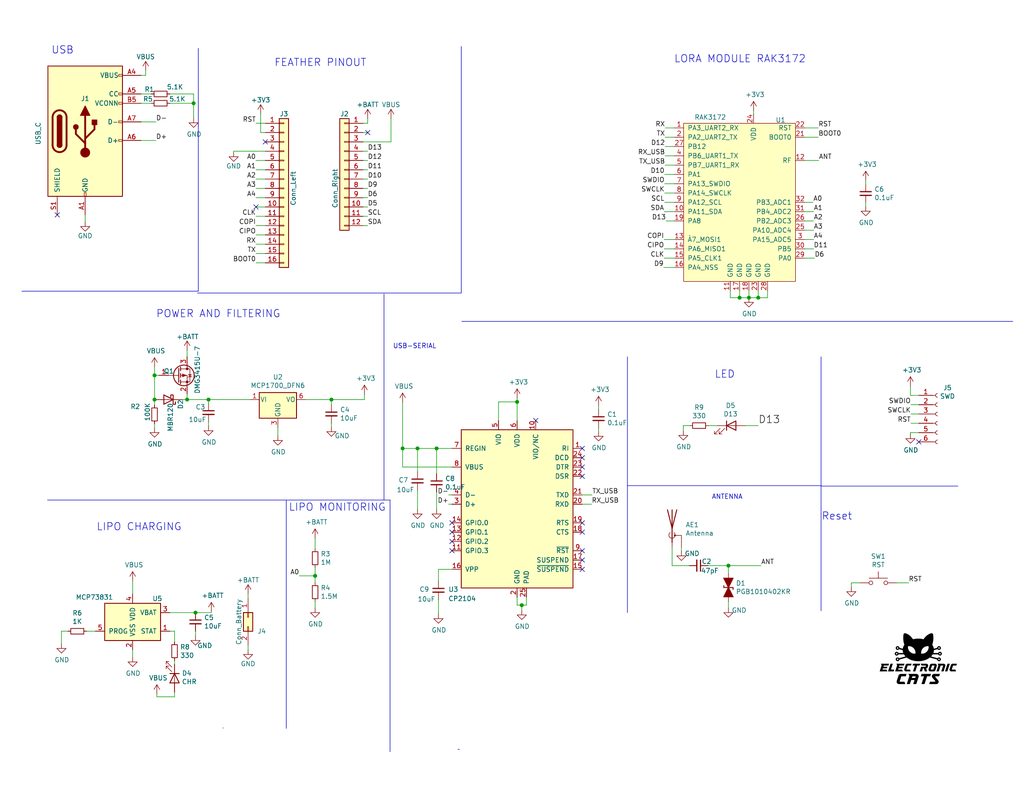
<source format=kicad_sch>
(kicad_sch (version 20230121) (generator eeschema)
  (paper "USLetter")
  (title_block (title "BastWAN-WLE") (date "2021-07-13") (rev "1.0") (company "Electronic Cats") (comment 4 "Andres Sabas"))
  (lib_symbols
    (symbol "Connector:USB_C_Plug_USB2.0" (pin_names (offset 1.016))
      (property "Reference" "P" (at -10.16 19.05 0))
      (property "Value" "USB_C_Plug_USB2.0" (at 12.7 19.05 0))
      (symbol "USB_C_Plug_USB2.0_1_1"
        (pin passive line (at 0 -22.86 90) (length 5.08) (name "GND") (number "A1"))
        (pin passive line (at 0 -22.86 90) (length 5.08) hide (name "GND") (number "A12"))
        (pin passive line (at 15.24 15.24 180) (length 5.08) (name "VBUS") (number "A4"))
        (pin bidirectional line (at 15.24 10.16 180) (length 5.08) (name "CC") (number "A5"))
        (pin bidirectional line (at 15.24 -2.54 180) (length 5.08) (name "D+") (number "A6"))
        (pin bidirectional line (at 15.24 2.54 180) (length 5.08) (name "D-") (number "A7"))
        (pin passive line (at 15.24 15.24 180) (length 5.08) hide (name "VBUS") (number "A9"))
        (pin passive line (at 0 -22.86 90) (length 5.08) hide (name "GND") (number "B1"))
        (pin passive line (at 0 -22.86 90) (length 5.08) hide (name "GND") (number "B12"))
        (pin passive line (at 15.24 15.24 180) (length 5.08) hide (name "VBUS") (number "B4"))
        (pin bidirectional line (at 15.24 7.62 180) (length 5.08) (name "VCONN") (number "B5"))
        (pin passive line (at 15.24 15.24 180) (length 5.08) hide (name "VBUS") (number "B9"))
        (pin passive line (at -7.62 -22.86 90) (length 5.08) (name "SHIELD") (number "S1"))
      )
    )
    (symbol "Connector_Generic:Conn_01x12" (pin_names (offset 1.016) hide)
      (property "Reference" "J" (at 0 15.24 0))
      (property "Value" "Conn_01x12" (at 0 -17.78 0))
      (symbol "Conn_01x12_1_1"
        (pin passive line (at -5.08 12.7 0) (length 3.81) (name "Pin_1") (number "1"))
        (pin passive line (at -5.08 -10.16 0) (length 3.81) (name "Pin_10") (number "10"))
        (pin passive line (at -5.08 -12.7 0) (length 3.81) (name "Pin_11") (number "11"))
        (pin passive line (at -5.08 -15.24 0) (length 3.81) (name "Pin_12") (number "12"))
        (pin passive line (at -5.08 10.16 0) (length 3.81) (name "Pin_2") (number "2"))
        (pin passive line (at -5.08 7.62 0) (length 3.81) (name "Pin_3") (number "3"))
        (pin passive line (at -5.08 5.08 0) (length 3.81) (name "Pin_4") (number "4"))
        (pin passive line (at -5.08 2.54 0) (length 3.81) (name "Pin_5") (number "5"))
        (pin passive line (at -5.08 0 0) (length 3.81) (name "Pin_6") (number "6"))
        (pin passive line (at -5.08 -2.54 0) (length 3.81) (name "Pin_7") (number "7"))
        (pin passive line (at -5.08 -5.08 0) (length 3.81) (name "Pin_8") (number "8"))
        (pin passive line (at -5.08 -7.62 0) (length 3.81) (name "Pin_9") (number "9"))
      )
    )
    (symbol "Connector_Generic:Conn_01x16" (pin_names (offset 1.016) hide)
      (property "Reference" "J" (at 0 20.32 0))
      (property "Value" "Conn_01x16" (at 0 -22.86 0))
      (symbol "Conn_01x16_1_1"
        (pin passive line (at -5.08 17.78 0) (length 3.81) (name "Pin_1") (number "1"))
        (pin passive line (at -5.08 -5.08 0) (length 3.81) (name "Pin_10") (number "10"))
        (pin passive line (at -5.08 -7.62 0) (length 3.81) (name "Pin_11") (number "11"))
        (pin passive line (at -5.08 -10.16 0) (length 3.81) (name "Pin_12") (number "12"))
        (pin passive line (at -5.08 -12.7 0) (length 3.81) (name "Pin_13") (number "13"))
        (pin passive line (at -5.08 -15.24 0) (length 3.81) (name "Pin_14") (number "14"))
        (pin passive line (at -5.08 -17.78 0) (length 3.81) (name "Pin_15") (number "15"))
        (pin passive line (at -5.08 -20.32 0) (length 3.81) (name "Pin_16") (number "16"))
        (pin passive line (at -5.08 15.24 0) (length 3.81) (name "Pin_2") (number "2"))
        (pin passive line (at -5.08 12.7 0) (length 3.81) (name "Pin_3") (number "3"))
        (pin passive line (at -5.08 10.16 0) (length 3.81) (name "Pin_4") (number "4"))
        (pin passive line (at -5.08 7.62 0) (length 3.81) (name "Pin_5") (number "5"))
        (pin passive line (at -5.08 5.08 0) (length 3.81) (name "Pin_6") (number "6"))
        (pin passive line (at -5.08 2.54 0) (length 3.81) (name "Pin_7") (number "7"))
        (pin passive line (at -5.08 0 0) (length 3.81) (name "Pin_8") (number "8"))
        (pin passive line (at -5.08 -2.54 0) (length 3.81) (name "Pin_9") (number "9"))
      )
    )
    (symbol "Connector_Generic:Conn_02x01" (pin_names (offset 1.016) hide)
      (property "Reference" "J" (at 1.27 2.54 0))
      (property "Value" "Conn_02x01" (at 1.27 -2.54 0))
      (symbol "Conn_02x01_1_1"
        (pin passive line (at -5.08 0 0) (length 3.81) (name "Pin_1") (number "1"))
        (pin passive line (at 7.62 0 180) (length 3.81) (name "Pin_2") (number "2"))
      )
    )
    (symbol "Device:Antenna_Shield" (pin_numbers hide) (pin_names (offset 1.016) hide)
      (property "Reference" "AE" (at -1.905 4.445 0))
      (property "Value" "Antenna_Shield" (at -1.905 2.54 0))
      (symbol "Antenna_Shield_1_1"
        (pin input line (at 0 -5.08 90) (length 2.54) (name "A") (number "1"))
        (pin input line (at 2.54 -5.08 90) (length 2.54) (name "Shield") (number "2"))
      )
    )
    (symbol "Device:C_Small" (pin_numbers hide) (pin_names (offset 0.254) hide)
      (property "Reference" "C" (at 0.254 1.778 0))
      (property "Value" "C_Small" (at 0.254 -2.032 0))
      (symbol "C_Small_1_1"
        (pin passive line (at 0 2.54 270) (length 2.032) (name "~") (number "1"))
        (pin passive line (at 0 -2.54 90) (length 2.032) (name "~") (number "2"))
      )
    )
    (symbol "Device:LED" (pin_numbers hide) (pin_names (offset 1.016) hide)
      (property "Reference" "D" (at 0 2.54 0))
      (property "Value" "LED" (at 0 -2.54 0))
      (symbol "LED_1_1"
        (pin passive line (at -3.81 0 0) (length 2.54) (name "K") (number "1"))
        (pin passive line (at 3.81 0 180) (length 2.54) (name "A") (number "2"))
      )
    )
    (symbol "Device:R_Small" (pin_numbers hide) (pin_names (offset 0.254) hide)
      (property "Reference" "R" (at 0.762 0.508 0))
      (property "Value" "R_Small" (at 0.762 -1.016 0))
      (symbol "R_Small_1_1"
        (pin passive line (at 0 2.54 270) (length 0.762) (name "~") (number "1"))
        (pin passive line (at 0 -2.54 90) (length 0.762) (name "~") (number "2"))
      )
    )
    (symbol "Diode:MBR340" (pin_numbers hide) (pin_names (offset 1.016) hide)
      (property "Reference" "D" (at 0 2.54 0))
      (property "Value" "MBR340" (at 0 -2.54 0))
      (symbol "MBR340_1_1"
        (pin passive line (at -3.81 0 0) (length 2.54) (name "K") (number "1"))
        (pin passive line (at 3.81 0 180) (length 2.54) (name "A") (number "2"))
      )
    )
    (symbol "Switch:SW_Push" (pin_numbers hide) (pin_names (offset 1.016) hide)
      (property "Reference" "SW" (at 1.27 2.54 0))
      (property "Value" "SW_Push" (at 0 -1.524 0))
      (symbol "SW_Push_0_1"
        (pin passive line (at -5.08 0 0) (length 2.54) (name "1") (number "1"))
        (pin passive line (at 5.08 0 180) (length 2.54) (name "2") (number "2"))
      )
    )
    (symbol "bastwan-wle-rescue:+3.3V-power" (power) (pin_names (offset 0))
      (property "Value" "+3.3V-power" (at 0 3.556 0))
      (symbol "+3.3V-power_1_1"
        (pin power_in line (at 0 0 90) (length 0) hide (name "+3V3") (number "1"))
      )
    )
    (symbol "bastwan-wle-rescue:CP2104-Interface_USB" (pin_names (offset 1.016))
      (property "Reference" "U" (at -7.62 23.495 0))
      (property "Value" "Interface_USB_CP2104" (at -7.62 21.59 0))
      (symbol "CP2104-Interface_USB_1_1"
        (pin input line (at 17.78 15.24 180) (length 2.54) (name "RI") (number "1"))
        (pin power_out line (at 5.08 22.86 270) (length 2.54) (name "VIO/NC") (number "10"))
        (pin bidirectional line (at -17.78 -12.7 0) (length 2.54) (name "GPIO.3") (number "11"))
        (pin bidirectional line (at -17.78 -10.16 0) (length 2.54) (name "GPIO.2") (number "12"))
        (pin bidirectional line (at -17.78 -7.62 0) (length 2.54) (name "GPIO.1") (number "13"))
        (pin bidirectional line (at -17.78 -5.08 0) (length 2.54) (name "GPIO.0") (number "14"))
        (pin output line (at 17.78 -17.78 180) (length 2.54) (name "~{SUSPEND}") (number "15"))
        (pin passive line (at -17.78 -17.78 0) (length 2.54) (name "VPP") (number "16"))
        (pin output line (at 17.78 -15.24 180) (length 2.54) (name "SUSPEND") (number "17"))
        (pin input line (at 17.78 -7.62 180) (length 2.54) (name "CTS") (number "18"))
        (pin output line (at 17.78 -5.08 180) (length 2.54) (name "RTS") (number "19"))
        (pin power_in line (at 0 -25.4 90) (length 2.54) (name "GND") (number "2"))
        (pin input line (at 17.78 0 180) (length 2.54) (name "RXD") (number "20"))
        (pin output line (at 17.78 2.54 180) (length 2.54) (name "TXD") (number "21"))
        (pin input line (at 17.78 7.62 180) (length 2.54) (name "DSR") (number "22"))
        (pin output line (at 17.78 10.16 180) (length 2.54) (name "DTR") (number "23"))
        (pin input line (at 17.78 12.7 180) (length 2.54) (name "DCD") (number "24"))
        (pin power_in line (at 2.54 -25.4 90) (length 2.54) (name "PAD") (number "25"))
        (pin bidirectional line (at -17.78 0 0) (length 2.54) (name "D+") (number "3"))
        (pin bidirectional line (at -17.78 2.54 0) (length 2.54) (name "D-") (number "4"))
        (pin power_in line (at -5.08 22.86 270) (length 2.54) (name "VIO") (number "5"))
        (pin power_in line (at 0 22.86 270) (length 2.54) (name "VDD") (number "6"))
        (pin power_in line (at -17.78 15.24 0) (length 2.54) (name "REGIN") (number "7"))
        (pin input line (at -17.78 10.16 0) (length 2.54) (name "VBUS") (number "8"))
        (pin bidirectional line (at 17.78 -12.7 180) (length 2.54) (name "~{RST}") (number "9"))
      )
    )
    (symbol "bastwan-wle-rescue:Conn_01x06_Female-Connector" (pin_names (offset 1.016) hide)
      (property "Reference" "J" (at 0 7.62 0))
      (property "Value" "Connector_Conn_01x06_Female" (at 0 -10.16 0))
      (symbol "Conn_01x06_Female-Connector_1_1"
        (pin passive line (at -5.08 5.08 0) (length 3.81) (name "Pin_1") (number "1"))
        (pin passive line (at -5.08 2.54 0) (length 3.81) (name "Pin_2") (number "2"))
        (pin passive line (at -5.08 0 0) (length 3.81) (name "Pin_3") (number "3"))
        (pin passive line (at -5.08 -2.54 0) (length 3.81) (name "Pin_4") (number "4"))
        (pin passive line (at -5.08 -5.08 0) (length 3.81) (name "Pin_5") (number "5"))
        (pin passive line (at -5.08 -7.62 0) (length 3.81) (name "Pin_6") (number "6"))
      )
    )
    (symbol "bastwan-wle-rescue:DMG2301L-Transistor_FET-Bast_WAN-rescue" (pin_names (offset 0) hide)
      (property "Reference" "Q" (at 5.08 1.905 0))
      (property "Value" "DMG2301L-Transistor_FET-Bast_WAN-rescue" (at 5.08 0 0))
      (symbol "DMG2301L-Transistor_FET-Bast_WAN-rescue_1_1"
        (pin input line (at -5.08 0 0) (length 2.54) (name "G") (number "1"))
        (pin passive line (at 2.54 -5.08 90) (length 2.54) (name "S") (number "2"))
        (pin passive line (at 2.54 5.08 270) (length 2.54) (name "D") (number "3"))
      )
    )
    (symbol "bastwan-wle-rescue:D_TVS_ALT-Device" (pin_numbers hide) (pin_names (offset 1.016) hide)
      (property "Reference" "D" (at 0 2.54 0))
      (property "Value" "Device_D_TVS_ALT" (at 0 -2.54 0))
      (symbol "D_TVS_ALT-Device_1_1"
        (pin passive line (at -3.81 0 0) (length 2.54) (name "A1") (number "1"))
        (pin passive line (at 3.81 0 180) (length 2.54) (name "A2") (number "2"))
      )
    )
    (symbol "bastwan-wle-rescue:MCP1700_DFN6-Regulator" (pin_names (offset 0.254))
      (property "Reference" "U" (at -3.81 3.175 0))
      (property "Value" "MCP1700_DFN6-Regulator" (at 0 3.175 0))
      (symbol "MCP1700_DFN6-Regulator_1_1"
        (pin power_in line (at -7.62 0 0) (length 2.54) (name "VI") (number "1"))
        (pin power_in line (at 0 -7.62 90) (length 2.54) (name "GND") (number "3"))
        (pin power_out line (at 7.62 0 180) (length 2.54) (name "VO") (number "6"))
      )
    )
    (symbol "bastwan-wle-rescue:MCP73831-3-OT-Battery_Management" (pin_names (offset 1.016))
      (property "Reference" "U" (at -7.62 6.35 0))
      (property "Value" "Battery_Management_MCP73831-3-OT" (at 1.27 6.35 0))
      (symbol "MCP73831-3-OT-Battery_Management_1_1"
        (pin output line (at 10.16 -2.54 180) (length 2.54) (name "STAT") (number "1"))
        (pin power_in line (at 0 -7.62 90) (length 2.54) (name "VSS") (number "2"))
        (pin power_out line (at 10.16 2.54 180) (length 2.54) (name "VBAT") (number "3"))
        (pin power_in line (at 0 7.62 270) (length 2.54) (name "VDD") (number "4"))
        (pin input line (at -10.16 -2.54 0) (length 2.54) (name "PROG") (number "5"))
      )
    )
    (symbol "bastwan-wle-rescue:RAK3172-Electronic_Cats" (pin_names (offset 1.016))
      (property "Reference" "U" (at 10.16 6.35 0))
      (property "Value" "RAK3172-Electronic_Cats" (at -10.16 6.35 0))
      (symbol "RAK3172-Electronic_Cats_1_1"
        (pin input line (at -19.05 3.81 0) (length 2.54) (name "PA3_UART2_RX") (number "1"))
        (pin input line (at -19.05 -19.05 0) (length 2.54) (name "PA11_SDA") (number "10"))
        (pin input line (at -3.81 -40.64 90) (length 2.54) (name "GND") (number "11"))
        (pin input line (at 16.51 -5.08 180) (length 2.54) (name "RF") (number "12"))
        (pin input line (at -19.05 -26.67 0) (length 2.54) (name "À7_MOSI1") (number "13"))
        (pin input line (at -19.05 -29.21 0) (length 2.54) (name "PA6_MISO1") (number "14"))
        (pin input line (at -19.05 -31.75 0) (length 2.54) (name "PA5_CLK1") (number "15"))
        (pin input line (at -19.05 -34.29 0) (length 2.54) (name "PA4_NSS") (number "16"))
        (pin input line (at -1.27 -40.64 90) (length 2.54) (name "GND") (number "17"))
        (pin input line (at 1.27 -40.64 90) (length 2.54) (name "GND") (number "18"))
        (pin input line (at -19.05 -21.59 0) (length 2.54) (name "PA8") (number "19"))
        (pin input line (at -19.05 1.27 0) (length 2.54) (name "PA2_UART2_TX") (number "2"))
        (pin input line (at 16.51 1.27 180) (length 2.54) (name "BOOT0") (number "21"))
        (pin input line (at 16.51 3.81 180) (length 2.54) (name "RST") (number "22"))
        (pin input line (at 3.81 -40.64 90) (length 2.54) (name "GND") (number "23"))
        (pin input line (at 2.54 7.62 270) (length 2.54) (name "VDD") (number "24"))
        (pin input line (at 16.51 -24.13 180) (length 2.54) (name "PA10_ADC4") (number "25"))
        (pin input line (at 16.51 -21.59 180) (length 2.54) (name "PB2_ADC3") (number "26"))
        (pin input line (at -19.05 -1.27 0) (length 2.54) (name "PB12") (number "27"))
        (pin input line (at 6.35 -40.64 90) (length 2.54) (name "GND") (number "28"))
        (pin input line (at 16.51 -31.75 180) (length 2.54) (name "PA0") (number "29"))
        (pin input line (at 16.51 -26.67 180) (length 2.54) (name "PA15_ADC5") (number "3"))
        (pin input line (at 16.51 -29.21 180) (length 2.54) (name "PB5") (number "30"))
        (pin input line (at 16.51 -19.05 180) (length 2.54) (name "PB4_ADC2") (number "31"))
        (pin input line (at 16.51 -16.51 180) (length 2.54) (name "PB3_ADC1") (number "32"))
        (pin input line (at -19.05 -3.81 0) (length 2.54) (name "PB6_UART1_TX") (number "4"))
        (pin input line (at -19.05 -6.35 0) (length 2.54) (name "PB7_UART1_RX") (number "5"))
        (pin input line (at -19.05 -8.89 0) (length 2.54) (name "PA1") (number "6"))
        (pin input line (at -19.05 -11.43 0) (length 2.54) (name "PA13_SWDIO") (number "7"))
        (pin input line (at -19.05 -13.97 0) (length 2.54) (name "PA14_SWCLK") (number "8"))
        (pin input line (at -19.05 -16.51 0) (length 2.54) (name "PA12_SCL") (number "9"))
      )
    )
    (symbol "power:+3V3" (power) (pin_names (offset 0))
      (property "Value" "+3V3" (at 0 3.556 0))
      (symbol "+3V3_1_1"
        (pin power_in line (at 0 0 90) (length 0) hide (name "+3V3") (number "1"))
      )
    )
    (symbol "power:+BATT" (power) (pin_names (offset 0))
      (property "Value" "+BATT" (at 0 3.556 0))
      (symbol "+BATT_1_1"
        (pin power_in line (at 0 0 90) (length 0) hide (name "+BATT") (number "1"))
      )
    )
    (symbol "power:GND" (power) (pin_names (offset 0))
      (property "Value" "GND" (at 0 -3.81 0))
      (symbol "GND_1_1"
        (pin power_in line (at 0 0 270) (length 0) hide (name "GND") (number "1"))
      )
    )
    (symbol "power:VBUS" (power) (pin_names (offset 0))
      (property "Value" "VBUS" (at 0 3.81 0))
      (symbol "VBUS_1_1"
        (pin power_in line (at 0 0 90) (length 0) hide (name "VBUS") (number "1"))
      )
    )
  )
  (junction (at 42.164 102.489))
  (junction (at 85.979 157.226))
  (junction (at 113.919 122.428))
  (junction (at 52.832 28.194))
  (junction (at 51.054 109.093))
  (junction (at 206.883 81.28))
  (junction (at 42.164 109.093))
  (junction (at 90.424 109.093))
  (junction (at 141.097 109.728))
  (junction (at 142.367 165.227))
  (junction (at 201.803 81.28))
  (junction (at 119.126 122.428))
  (junction (at 53.34 167.259))
  (junction (at 198.755 154.432))
  (junction (at 204.343 81.28))
  (junction (at 109.855 122.428))
  (junction (at 56.896 109.093))
  (no_connect (at 69.85 56.515))
  (no_connect (at 158.877 127.508))
  (no_connect (at 123.317 150.368))
  (no_connect (at 100.33 36.195))
  (no_connect (at 158.877 122.428))
  (no_connect (at 158.877 155.448))
  (no_connect (at 158.877 152.908))
  (no_connect (at 250.698 120.65))
  (no_connect (at 72.39 38.735))
  (no_connect (at 158.877 150.368))
  (no_connect (at 158.877 130.048))
  (no_connect (at 146.177 114.808))
  (no_connect (at 158.877 124.968))
  (no_connect (at 158.877 145.288))
  (no_connect (at 158.877 142.748))
  (no_connect (at 15.621 58.674))
  (no_connect (at 123.317 142.748))
  (no_connect (at 123.317 147.828))
  (no_connect (at 123.317 145.288))
  (wire (pts (xy 198.755 156.591) (xy 198.755 154.432)))
  (wire (pts (xy 63.754 41.275) (xy 72.39 41.275)))
  (wire (pts (xy 38.481 38.354) (xy 42.545 38.354)))
  (wire (pts (xy 67.691 176.149) (xy 67.691 177.419)))
  (polyline (pts (xy 224.028 132.715) (xy 261.366 132.715)))
  (wire (pts (xy 46.355 167.259) (xy 53.34 167.259)))
  (wire (pts (xy 219.583 62.865) (xy 221.996 62.865)))
  (wire (pts (xy 141.097 163.068) (xy 141.097 165.227)))
  (wire (pts (xy 72.39 61.595) (xy 69.85 61.595)))
  (wire (pts (xy 248.539 113.03) (xy 250.698 113.03)))
  (wire (pts (xy 36.195 162.179) (xy 36.195 158.623)))
  (wire (pts (xy 46.355 172.339) (xy 47.625 172.339)))
  (polyline (pts (xy 104.775 80.264) (xy 104.775 136.525)))
  (wire (pts (xy 184.023 34.925) (xy 181.483 34.925)))
  (wire (pts (xy 99.06 51.435) (xy 100.33 51.435)))
  (wire (pts (xy 71.12 31.115) (xy 71.12 36.195)))
  (wire (pts (xy 72.39 71.755) (xy 69.85 71.755)))
  (wire (pts (xy 51.054 109.093) (xy 49.784 109.093)))
  (wire (pts (xy 46.355 28.194) (xy 52.832 28.194)))
  (wire (pts (xy 43.434 102.489) (xy 42.164 102.489)))
  (wire (pts (xy 47.625 190.246) (xy 42.799 190.246)))
  (wire (pts (xy 209.423 81.28) (xy 209.423 79.375)))
  (wire (pts (xy 72.39 51.435) (xy 69.85 51.435)))
  (wire (pts (xy 250.698 118.11) (xy 248.412 118.11)))
  (wire (pts (xy 250.698 110.49) (xy 248.539 110.49)))
  (wire (pts (xy 158.877 135.128) (xy 161.544 135.128)))
  (wire (pts (xy 184.023 57.785) (xy 181.229 57.785)))
  (wire (pts (xy 219.583 65.405) (xy 221.996 65.405)))
  (wire (pts (xy 109.855 127.508) (xy 123.317 127.508)))
  (wire (pts (xy 201.803 81.28) (xy 204.343 81.28)))
  (wire (pts (xy 199.263 79.375) (xy 199.263 81.28)))
  (wire (pts (xy 99.441 109.093) (xy 99.441 107.696)))
  (wire (pts (xy 184.023 67.945) (xy 181.229 67.945)))
  (wire (pts (xy 184.023 37.465) (xy 181.483 37.465)))
  (wire (pts (xy 236.22 50.292) (xy 236.22 49.276)))
  (wire (pts (xy 188.214 116.205) (xy 186.436 116.205)))
  (wire (pts (xy 141.097 109.728) (xy 141.097 108.712)))
  (wire (pts (xy 72.39 46.355) (xy 69.85 46.355)))
  (wire (pts (xy 18.542 172.339) (xy 16.764 172.339)))
  (wire (pts (xy 141.097 165.227) (xy 142.367 165.227)))
  (wire (pts (xy 219.583 37.465) (xy 223.266 37.465)))
  (wire (pts (xy 184.023 70.485) (xy 181.229 70.485)))
  (wire (pts (xy 201.803 79.375) (xy 201.803 81.28)))
  (wire (pts (xy 90.424 110.49) (xy 90.424 109.093)))
  (wire (pts (xy 206.883 79.375) (xy 206.883 81.28)))
  (wire (pts (xy 113.919 122.428) (xy 109.855 122.428)))
  (wire (pts (xy 72.39 33.655) (xy 69.85 33.655)))
  (polyline (pts (xy 125.857 80.01) (xy 125.857 12.7)))
  (wire (pts (xy 205.613 31.115) (xy 205.613 30.226)))
  (wire (pts (xy 16.764 172.339) (xy 16.764 175.768)))
  (wire (pts (xy 184.023 73.025) (xy 181.102 73.025)))
  (wire (pts (xy 184.023 60.325) (xy 181.737 60.325)))
  (wire (pts (xy 204.343 81.28) (xy 206.883 81.28)))
  (wire (pts (xy 109.855 109.855) (xy 109.855 122.428)))
  (wire (pts (xy 219.583 57.785) (xy 221.996 57.785)))
  (wire (pts (xy 193.167 154.432) (xy 198.755 154.432)))
  (wire (pts (xy 42.799 190.246) (xy 42.799 189.484)))
  (wire (pts (xy 99.06 43.815) (xy 100.33 43.815)))
  (wire (pts (xy 219.583 43.815) (xy 223.393 43.815)))
  (wire (pts (xy 219.583 55.245) (xy 221.869 55.245)))
  (wire (pts (xy 41.275 25.654) (xy 38.481 25.654)))
  (wire (pts (xy 183.388 154.432) (xy 188.087 154.432)))
  (wire (pts (xy 198.755 154.432) (xy 207.645 154.432)))
  (wire (pts (xy 26.035 172.339) (xy 23.622 172.339)))
  (wire (pts (xy 72.39 36.195) (xy 71.12 36.195)))
  (wire (pts (xy 119.634 155.448) (xy 123.317 155.448)))
  (wire (pts (xy 219.583 70.485) (xy 222.25 70.485)))
  (wire (pts (xy 183.388 149.352) (xy 183.388 154.432)))
  (polyline (pts (xy 54.102 13.208) (xy 54.102 79.502)))
  (wire (pts (xy 186.436 116.205) (xy 186.436 117.602)))
  (wire (pts (xy 56.896 115.189) (xy 56.896 116.332)))
  (wire (pts (xy 248.412 107.95) (xy 250.698 107.95)))
  (wire (pts (xy 72.39 48.895) (xy 69.85 48.895)))
  (wire (pts (xy 72.39 56.515) (xy 69.85 56.515)))
  (wire (pts (xy 236.22 55.372) (xy 236.22 56.388)))
  (wire (pts (xy 47.625 188.976) (xy 47.625 190.246)))
  (wire (pts (xy 99.06 38.735) (xy 106.68 38.735)))
  (wire (pts (xy 113.919 139.065) (xy 113.919 133.858)))
  (wire (pts (xy 163.322 116.84) (xy 163.322 117.856)))
  (wire (pts (xy 75.819 116.713) (xy 75.819 118.999)))
  (wire (pts (xy 47.625 181.356) (xy 47.625 180.34)))
  (wire (pts (xy 244.729 159.131) (xy 247.904 159.131)))
  (wire (pts (xy 42.164 115.697) (xy 42.164 116.84)))
  (wire (pts (xy 42.164 109.093) (xy 42.164 102.489)))
  (polyline (pts (xy 106.426 136.525) (xy 106.426 205.232)))
  (polyline (pts (xy 171.196 97.409) (xy 171.196 167.259)))
  (wire (pts (xy 99.06 56.515) (xy 100.33 56.515)))
  (wire (pts (xy 38.481 28.194) (xy 41.275 28.194)))
  (wire (pts (xy 143.637 165.227) (xy 142.367 165.227)))
  (wire (pts (xy 56.896 110.109) (xy 56.896 109.093)))
  (wire (pts (xy 83.439 109.093) (xy 90.424 109.093)))
  (wire (pts (xy 198.755 164.211) (xy 198.755 165.989)))
  (wire (pts (xy 72.39 59.055) (xy 69.85 59.055)))
  (wire (pts (xy 184.023 50.165) (xy 181.356 50.165)))
  (wire (pts (xy 99.06 61.595) (xy 100.33 61.595)))
  (polyline (pts (xy 224.028 97.409) (xy 224.028 166.751)))
  (wire (pts (xy 195.707 116.205) (xy 193.294 116.205)))
  (wire (pts (xy 142.367 165.227) (xy 142.367 166.624)))
  (wire (pts (xy 99.06 46.355) (xy 100.33 46.355)))
  (wire (pts (xy 42.164 109.093) (xy 42.164 110.617)))
  (polyline (pts (xy 106.426 136.525) (xy 12.954 136.525)))
  (wire (pts (xy 51.054 109.093) (xy 51.054 107.569)))
  (wire (pts (xy 123.317 122.428) (xy 119.126 122.428)))
  (wire (pts (xy 56.896 109.093) (xy 51.054 109.093)))
  (wire (pts (xy 199.263 81.28) (xy 201.803 81.28)))
  (wire (pts (xy 123.317 135.128) (xy 122.428 135.128)))
  (wire (pts (xy 85.979 159.131) (xy 85.979 157.226)))
  (wire (pts (xy 184.023 47.625) (xy 181.356 47.625)))
  (wire (pts (xy 72.39 69.215) (xy 69.85 69.215)))
  (wire (pts (xy 99.06 48.895) (xy 100.33 48.895)))
  (polyline (pts (xy 78.105 136.652) (xy 78.105 198.882)))
  (wire (pts (xy 250.698 115.57) (xy 248.539 115.57)))
  (wire (pts (xy 53.34 167.259) (xy 57.658 167.259)))
  (wire (pts (xy 85.979 149.86) (xy 85.979 146.939)))
  (wire (pts (xy 204.343 79.375) (xy 204.343 81.28)))
  (wire (pts (xy 185.928 149.352) (xy 185.928 150.495)))
  (wire (pts (xy 52.832 28.194) (xy 52.832 25.654)))
  (wire (pts (xy 85.979 157.226) (xy 81.661 157.226)))
  (wire (pts (xy 52.832 25.654) (xy 46.355 25.654)))
  (wire (pts (xy 67.691 163.449) (xy 67.691 162.179)))
  (wire (pts (xy 248.412 105.41) (xy 248.412 107.95)))
  (wire (pts (xy 100.33 33.655) (xy 100.33 32.385)))
  (polyline (pts (xy 60.96 198.755) (xy 60.833 198.755)))
  (wire (pts (xy 141.097 114.808) (xy 141.097 109.728)))
  (wire (pts (xy 219.583 60.325) (xy 221.996 60.325)))
  (wire (pts (xy 39.751 20.574) (xy 39.751 19.304)))
  (polyline (pts (xy 54.102 79.502) (xy 5.969 79.502)))
  (polyline (pts (xy 125.349 204.597) (xy 124.968 204.597)))
  (polyline (pts (xy 53.848 80.01) (xy 125.857 80.01)))
  (wire (pts (xy 136.017 109.728) (xy 141.097 109.728)))
  (wire (pts (xy 90.424 109.093) (xy 99.441 109.093)))
  (wire (pts (xy 206.883 81.28) (xy 209.423 81.28)))
  (wire (pts (xy 203.327 116.205) (xy 206.883 116.205)))
  (wire (pts (xy 99.06 36.195) (xy 100.33 36.195)))
  (wire (pts (xy 184.023 52.705) (xy 181.356 52.705)))
  (wire (pts (xy 72.39 66.675) (xy 69.85 66.675)))
  (wire (pts (xy 184.023 45.085) (xy 181.483 45.085)))
  (wire (pts (xy 119.126 129.286) (xy 119.126 122.428)))
  (wire (pts (xy 42.164 102.489) (xy 42.164 100.203)))
  (wire (pts (xy 136.017 114.808) (xy 136.017 109.728)))
  (wire (pts (xy 72.39 64.135) (xy 69.85 64.135)))
  (wire (pts (xy 184.023 40.005) (xy 181.483 40.005)))
  (wire (pts (xy 219.583 34.925) (xy 223.266 34.925)))
  (wire (pts (xy 99.06 41.275) (xy 100.33 41.275)))
  (wire (pts (xy 23.241 60.579) (xy 23.241 58.674)))
  (wire (pts (xy 63.754 41.275) (xy 63.754 41.529)))
  (wire (pts (xy 109.855 122.428) (xy 109.855 127.508)))
  (wire (pts (xy 248.412 118.491) (xy 248.412 118.11)))
  (wire (pts (xy 184.023 55.245) (xy 181.356 55.245)))
  (wire (pts (xy 232.283 159.131) (xy 232.283 160.274)))
  (polyline (pts (xy 276.352 87.757) (xy 125.984 87.757)))
  (wire (pts (xy 47.625 172.339) (xy 47.625 175.26)))
  (wire (pts (xy 119.634 158.623) (xy 119.634 155.448)))
  (wire (pts (xy 52.832 32.258) (xy 52.832 28.194)))
  (wire (pts (xy 85.979 164.211) (xy 85.979 165.989)))
  (wire (pts (xy 56.896 109.093) (xy 68.199 109.093)))
  (wire (pts (xy 99.06 59.055) (xy 100.33 59.055)))
  (wire (pts (xy 72.39 43.815) (xy 69.85 43.815)))
  (wire (pts (xy 184.023 65.405) (xy 181.229 65.405)))
  (wire (pts (xy 53.34 172.339) (xy 53.34 173.609)))
  (wire (pts (xy 72.39 53.975) (xy 69.85 53.975)))
  (wire (pts (xy 38.481 33.274) (xy 42.545 33.274)))
  (wire (pts (xy 234.569 159.131) (xy 232.283 159.131)))
  (wire (pts (xy 158.877 137.668) (xy 161.417 137.668)))
  (wire (pts (xy 113.919 128.778) (xy 113.919 122.428)))
  (wire (pts (xy 219.583 67.945) (xy 221.996 67.945)))
  (wire (pts (xy 119.126 122.428) (xy 113.919 122.428)))
  (wire (pts (xy 106.68 32.385) (xy 106.68 38.735)))
  (wire (pts (xy 99.06 33.655) (xy 100.33 33.655)))
  (wire (pts (xy 90.424 115.57) (xy 90.424 116.586)))
  (polyline (pts (xy 171.196 132.588) (xy 224.028 132.588)))
  (wire (pts (xy 99.06 53.975) (xy 100.33 53.975)))
  (wire (pts (xy 119.126 134.366) (xy 119.126 139.065)))
  (wire (pts (xy 85.979 157.226) (xy 85.979 154.94)))
  (wire (pts (xy 143.637 163.068) (xy 143.637 165.227)))
  (wire (pts (xy 57.658 167.259) (xy 57.658 167.005)))
  (wire (pts (xy 119.634 167.64) (xy 119.634 163.703)))
  (wire (pts (xy 51.054 97.409) (xy 51.054 95.631)))
  (wire (pts (xy 184.023 42.545) (xy 181.483 42.545)))
  (wire (pts (xy 36.195 177.419) (xy 36.195 179.451)))
  (wire (pts (xy 38.481 20.574) (xy 39.751 20.574)))
  (wire (pts (xy 163.322 111.76) (xy 163.322 110.744)))
  (wire (pts (xy 122.428 137.668) (xy 123.317 137.668)))
  (image (at 250.571 179.832) (scale 0.25))
  (text "LIPO CHARGING" (at 26.289 145.161 0) (effects (font (size 2.0066 2.0066)) (justify left bottom)))
  (text "LORA MODULE RAK3172" (at 183.896 17.399 0) (effects (font (size 2.0066 2.0066)) (justify left bottom)))
  (text "USB" (at 13.97 14.986 0) (effects (font (size 2.0066 2.0066)) (justify left bottom)))
  (text "POWER AND FILTERING" (at 42.545 86.995 0) (effects (font (size 2.0066 2.0066)) (justify left bottom)))
  (text "USB-SERIAL" (at 107.188 95.377 0) (effects (font (size 1.27 1.27)) (justify left bottom)))
  (text "Reset" (at 224.155 142.24 0) (effects (font (size 2.0066 2.0066)) (justify left bottom)))
  (text "FEATHER PINOUT" (at 74.803 18.415 0) (effects (font (size 2.0066 2.0066)) (justify left bottom)))
  (text "ANTENNA" (at 194.183 136.525 0) (effects (font (size 1.27 1.27)) (justify left bottom)))
  (text "LED" (at 194.945 103.505 0) (effects (font (size 2.0066 2.0066)) (justify left bottom)))
  (text "LIPO MONITORING" (at 78.74 139.827 0) (effects (font (size 2.0066 2.0066)) (justify left bottom)))
  (label "BOOT0" (at 69.85 71.755 180))
  (label "ANT" (at 207.645 154.432 0))
  (label "A4" (at 221.996 65.405 0))
  (label "D10" (at 100.33 48.895 0))
  (label "SDA" (at 181.229 57.785 180))
  (label "D13" (at 206.883 116.205 0) (effects (font (size 2.0066 2.0066))))
  (label "TX_USB" (at 181.483 45.085 180))
  (label "D6" (at 222.25 70.485 0))
  (label "CLK" (at 181.229 70.485 180))
  (label "CIPO" (at 69.85 64.135 180))
  (label "A3" (at 221.996 62.865 0))
  (label "D11" (at 221.996 67.945 0))
  (label "SDA" (at 100.33 61.595 0))
  (label "A0" (at 69.85 43.815 180))
  (label "D11" (at 100.33 46.355 0))
  (label "A2" (at 221.996 60.325 0))
  (label "CIPO" (at 181.229 67.945 180))
  (label "SWDIO" (at 181.356 50.165 180))
  (label "SWCLK" (at 248.539 113.03 180))
  (label "COPI" (at 69.85 61.595 180))
  (label "D9" (at 100.33 51.435 0))
  (label "RX_USB" (at 161.417 137.668 0))
  (label "D-" (at 42.545 33.274 0))
  (label "RX_USB" (at 181.483 42.545 180))
  (label "D9" (at 181.102 73.025 180))
  (label "A4" (at 69.85 53.975 180))
  (label "TX_USB" (at 161.544 135.128 0))
  (label "A0" (at 81.661 157.226 180))
  (label "RST" (at 247.904 159.131 0))
  (label "D5" (at 100.33 56.515 0))
  (label "TX" (at 181.483 37.465 180))
  (label "SCL" (at 181.356 55.245 180))
  (label "D12" (at 181.483 40.005 180))
  (label "RST" (at 69.85 33.655 180))
  (label "A1" (at 69.85 46.355 180))
  (label "SWCLK" (at 181.356 52.705 180))
  (label "D13" (at 100.33 41.275 0))
  (label "D+" (at 122.428 137.668 180))
  (label "BOOT0" (at 223.266 37.465 0))
  (label "D10" (at 181.356 47.625 180))
  (label "RST" (at 223.266 34.925 0))
  (label "D12" (at 100.33 43.815 0))
  (label "A2" (at 69.85 48.895 180))
  (label "SCL" (at 100.33 59.055 0))
  (label "A0" (at 221.869 55.245 0))
  (label "RST" (at 248.539 115.57 180))
  (label "D-" (at 122.428 135.128 180))
  (label "RX" (at 69.85 66.675 180))
  (label "D6" (at 100.33 53.975 0))
  (label "A3" (at 69.85 51.435 180))
  (label "CLK" (at 69.85 59.055 180))
  (label "D+" (at 42.545 38.354 0))
  (label "TX" (at 69.85 69.215 180))
  (label "COPI" (at 181.229 65.405 180))
  (label "RX" (at 181.483 34.925 180))
  (label "D13" (at 181.737 60.325 180))
  (label "A1" (at 221.996 57.785 0))
  (label "ANT" (at 223.393 43.815 0))
  (label "SWDIO" (at 248.539 110.49 180))
  (symbol (lib_id "Connector:USB_C_Plug_USB2.0") (at 23.241 35.814 0) (unit 1)
    (property "Reference" "J1" (at 23.241 26.924 0))
    (property "Value" "USB_C" (at 10.414 36.449 90))
    (property "Footprint" "Connectors:C393939" (effects hide))
    (property "Datasheet" "https://datasheet.lcsc.com/lcsc/1912111437_SHOU-HAN-TYPE-C16PIN_C393939.pdf" (effects hide))
    (property "manf#" "TYPE-C16PIN" (effects hide))
    (property "#LCSC" "C393939" (effects hide))
    (property "Proveedor" "LCSC" (effects hide))
  )
  (symbol (lib_id "power:GND") (at 67.691 177.419 0) (unit 1)
    (property "Reference" "#PWR023" (effects hide))
    (property "Value" "GND" (at 67.691 181.229 0))
  )
  (symbol (lib_id "power:+BATT") (at 67.691 162.179 0) (unit 1)
    (property "Reference" "#PWR016" (effects hide))
    (property "Value" "+BATT" (at 67.691 158.369 0))
  )
  (symbol (lib_id "Connector_Generic:Conn_02x01") (at 67.691 168.529 270) (unit 1)
    (property "Reference" "J4" (at 70.231 172.339 90) (effects (justify left)))
    (property "Value" "Conn_Battery" (at 65.151 169.799 0))
    (property "Footprint" "Connectors:JST_S2B-PH-SM4-TB(LF)(SN)" (effects hide))
    (property "Datasheet" "https://datasheet.lcsc.com/lcsc/2102031704_JST-Sales-America-S2B-PH-SM4-TB-LF-SN_C295747.pdf" (effects hide))
    (property "manf#" "S2B-PH-SM4-TB(LF)(SN)" (effects hide))
    (property "#LCSC" "C295747" (effects hide))
    (property "Proveedor" "LCSC" (effects hide))
  )
  (symbol (lib_id "Connector_Generic:Conn_01x12") (at 93.98 46.355 0) (mirror y) (unit 1)
    (property "Reference" "J2" (at 93.98 31.115 0))
    (property "Value" "Conn_Right" (at 91.44 51.435 90))
    (property "Footprint" "Connector_PinSocket_2.54mm:PinSocket_1x12_P2.54mm_Vertical" (effects hide))
    (property "manf#" "-" (effects hide))
  )
  (symbol (lib_id "Connector_Generic:Conn_01x16") (at 77.47 51.435 0) (unit 1)
    (property "Reference" "J3" (at 77.47 31.115 0))
    (property "Value" "Conn_Left" (at 80.01 51.435 90))
    (property "Footprint" "Connector_PinSocket_2.54mm:PinSocket_1x16_P2.54mm_Vertical" (effects hide))
    (property "manf#" "-" (effects hide))
  )
  (symbol (lib_id "power:+BATT") (at 100.33 32.385 0) (unit 1)
    (property "Reference" "#PWR04" (effects hide))
    (property "Value" "+BATT" (at 100.33 28.575 0))
  )
  (symbol (lib_id "power:VBUS") (at 106.68 32.385 0) (unit 1)
    (property "Reference" "#PWR05" (effects hide))
    (property "Value" "VBUS" (at 106.68 28.575 0))
  )
  (symbol (lib_id "power:VBUS") (at 39.751 19.304 0) (unit 1)
    (property "Reference" "#PWR02" (effects hide))
    (property "Value" "VBUS" (at 39.751 15.494 0))
  )
  (symbol (lib_id "power:GND") (at 23.241 60.579 0) (unit 1)
    (property "Reference" "#PWR09" (effects hide))
    (property "Value" "GND" (at 23.241 64.389 0))
  )
  (symbol (lib_id "bastwan-wle-rescue:+3.3V-power") (at 71.12 31.115 0) (unit 1)
    (property "Reference" "#PWR03" (effects hide))
    (property "Value" "+3.3V" (at 71.12 27.305 0))
  )
  (symbol (lib_id "power:GND") (at 63.754 41.529 0) (unit 1)
    (property "Reference" "#PWR08" (effects hide))
    (property "Value" "GND" (at 63.754 45.339 0))
  )
  (symbol (lib_id "bastwan-wle-rescue:MCP73831-3-OT-Battery_Management") (at 36.195 169.799 0) (unit 1)
    (property "Reference" "U5" (at 42.926 163.449 0))
    (property "Value" "MCP73831" (at 25.781 163.068 0))
    (property "Footprint" "Package_TO_SOT_SMD:SOT-23-5" (effects hide))
    (property "Datasheet" "https://datasheet.lcsc.com/lcsc/1912111437_Microchip-Tech-MCP73831T-2ACI-OT_C424093.pdf" (effects hide))
    (property "manf#" "MCP73831T-2ACI/OT" (effects hide))
    (property "Proveedor" "LCSC" (effects hide))
    (property "#LCSC" "C424093" (effects hide))
  )
  (symbol (lib_id "Device:Antenna_Shield") (at 183.388 144.272 0) (unit 1)
    (property "Reference" "AE1" (at 187.0456 143.2814 0) (effects (justify left)))
    (property "Value" "Antenna" (at 187.0456 145.5928 0) (effects (justify left)))
    (property "Footprint" "agroin:SMA_EDGE" (effects hide))
    (property "Datasheet" "https://datasheet.lcsc.com/lcsc/2012241212_HJ-Tech-HJ-SMA023_C1509219.pdf" (effects hide))
    (property "manf#" "HJ-SMA023" (effects hide))
    (property "#LCSC" "C1509219" (effects hide))
    (property "Proveedor" "LCSC" (effects hide))
  )
  (symbol (lib_id "Device:C_Small") (at 190.627 154.432 270) (unit 1)
    (property "Reference" "C2" (at 192.786 153.289 90))
    (property "Value" "47pF" (at 193.675 155.829 90))
    (property "Footprint" "Capacitor_SMD:C_0603_1608Metric_Pad1.08x0.95mm_HandSolder" (effects hide))
    (property "Datasheet" "https://datasheet.lcsc.com/lcsc/2006011835_YAGEO-CC0603FRNPO9BN470_C519486.pdf" (effects hide))
    (property "manf#" "CC0603FRNPO9BN470" (effects hide))
    (property "#LCSC" "C519486" (effects hide))
    (property "Proveedor" "LCSC" (effects hide))
  )
  (symbol (lib_id "power:GND") (at 185.928 150.495 0) (unit 1)
    (property "Reference" "#PWR07" (effects hide))
    (property "Value" "GND" (at 188.849 151.13 0))
  )
  (symbol (lib_id "power:GND") (at 75.819 118.999 0) (unit 1)
    (property "Reference" "#PWR022" (effects hide))
    (property "Value" "GND" (at 75.946 123.3932 0))
  )
  (symbol (lib_id "power:+3V3") (at 99.441 107.696 0) (unit 1)
    (property "Reference" "#PWR015" (effects hide))
    (property "Value" "+3V3" (at 99.822 103.3018 0))
  )
  (symbol (lib_id "power:+BATT") (at 51.054 95.631 0) (unit 1)
    (property "Reference" "#PWR013" (effects hide))
    (property "Value" "+BATT" (at 51.181 91.948 0))
  )
  (symbol (lib_id "Device:C_Small") (at 56.896 112.649 0) (unit 1)
    (property "Reference" "C3" (at 53.34 111.125 0) (effects (justify left)))
    (property "Value" "10uF" (at 51.435 114.554 0) (effects (justify left)))
    (property "Footprint" "Capacitor_SMD:C_0603_1608Metric_Pad1.08x0.95mm_HandSolder" (effects hide))
    (property "Datasheet" "https://datasheet.lcsc.com/lcsc/1811031143_YAGEO-CC0603KRX5R6BB106_C326057.pdf" (effects hide))
    (property "manf#" "CL05A106MQ5NUNC" (effects hide))
    (property "#LCSC" "C326057" (effects hide))
    (property "Proveedor" "LCSC" (effects hide))
  )
  (symbol (lib_id "Diode:MBR340") (at 45.974 109.093 180) (unit 1)
    (property "Reference" "D2" (at 49.276 111.76 90) (effects (justify right)))
    (property "Value" "MBR120" (at 46.482 117.856 90) (effects (justify right)))
    (property "Footprint" "Diode_SMD:D_SOD-123" (effects hide))
    (property "Datasheet" "http://www.onsemi.com/pub_link/Collateral/MBR340-D.PDF" (effects hide))
    (property "manf#" "MBR120LSF" (effects hide))
    (property "#LCSC" "C130880" (effects hide))
    (property "Proveedor" "LCSC" (effects hide))
  )
  (symbol (lib_id "power:GND") (at 56.896 116.332 0) (unit 1)
    (property "Reference" "#PWR017" (effects hide))
    (property "Value" "GND" (at 57.023 120.7262 0))
  )
  (symbol (lib_id "Device:C_Small") (at 90.424 113.03 0) (unit 1)
    (property "Reference" "C4" (at 92.7608 111.8616 0) (effects (justify left)))
    (property "Value" "10uF" (at 92.7608 114.173 0) (effects (justify left)))
    (property "Footprint" "Capacitor_SMD:C_0603_1608Metric_Pad1.08x0.95mm_HandSolder" (effects hide))
    (property "Datasheet" "https://datasheet.lcsc.com/lcsc/1811031143_YAGEO-CC0603KRX5R6BB106_C326057.pdf" (effects hide))
    (property "manf#" "CL05A106MQ5NUNC" (effects hide))
    (property "#LCSC" "C326057" (effects hide))
    (property "Proveedor" "LCSC" (effects hide))
  )
  (symbol (lib_id "Device:C_Small") (at 53.34 169.799 0) (unit 1)
    (property "Reference" "C5" (at 55.6768 168.6306 0) (effects (justify left)))
    (property "Value" "10uF" (at 55.6768 170.942 0) (effects (justify left)))
    (property "Footprint" "Capacitor_SMD:C_0603_1608Metric_Pad1.08x0.95mm_HandSolder" (effects hide))
    (property "Datasheet" "https://datasheet.lcsc.com/lcsc/1811031143_YAGEO-CC0603KRX5R6BB106_C326057.pdf" (effects hide))
    (property "manf#" "CL05A106MQ5NUNC" (effects hide))
    (property "#LCSC" "C326057" (effects hide))
    (property "Proveedor" "LCSC" (effects hide))
  )
  (symbol (lib_id "power:GND") (at 90.424 116.586 0) (unit 1)
    (property "Reference" "#PWR018" (effects hide))
    (property "Value" "GND" (at 93.345 118.999 0))
  )
  (symbol (lib_id "power:VBUS") (at 42.164 100.203 0) (unit 1)
    (property "Reference" "#PWR014" (effects hide))
    (property "Value" "VBUS" (at 42.545 95.8088 0))
  )
  (symbol (lib_id "Device:R_Small") (at 42.164 113.157 0) (unit 1)
    (property "Reference" "R2" (at 35.56 110.998 0) (effects (justify left)))
    (property "Value" "100K" (at 40.259 115.062 90) (effects (justify left)))
    (property "Footprint" "Resistor_SMD:R_0603_1608Metric" (effects hide))
    (property "Datasheet" "https://datasheet.lcsc.com/lcsc/2110251730_UNI-ROYAL-Uniroyal-Elec-0603WAJ0104T5E_C15458.pdf" (effects hide))
    (property "manf#" "0603WAJ0104T5E" (effects hide))
    (property "#LCSC" "C15458" (effects hide))
    (property "Proveedor" "LCSC" (effects hide))
  )
  (symbol (lib_id "power:GND") (at 42.164 116.84 0) (unit 1)
    (property "Reference" "#PWR019" (effects hide))
    (property "Value" "GND" (at 42.291 121.2342 0))
  )
  (symbol (lib_id "bastwan-wle-rescue:DMG2301L-Transistor_FET-Bast_WAN-rescue") (at 48.514 102.489 0) (unit 1)
    (property "Reference" "Q1" (at 44.704 101.346 0) (effects (justify left)))
    (property "Value" "DMG3415U-7" (at 53.848 107.569 90) (effects (justify left)))
    (property "Footprint" "Package_TO_SOT_SMD:SOT-23" (effects hide))
    (property "Datasheet" "https://www.diodes.com/assets/Datasheets/DMG2301L.pdf" (effects hide))
    (property "manf#" "DMG3415UQ-7" (effects hide))
    (property "#LCSC" "C459537" (effects hide))
    (property "Proveedor" "LCSC" (effects hide))
  )
  (symbol (lib_id "power:GND") (at 36.195 179.451 0) (unit 1)
    (property "Reference" "#PWR041" (effects hide))
    (property "Value" "GND" (at 36.322 183.8452 0))
  )
  (symbol (lib_id "power:VBUS") (at 36.195 158.623 0) (unit 1)
    (property "Reference" "#PWR032" (effects hide))
    (property "Value" "VBUS" (at 36.576 154.2288 0))
  )
  (symbol (lib_id "power:+BATT") (at 57.658 167.005 0) (unit 1)
    (property "Reference" "#PWR035" (effects hide))
    (property "Value" "+BATT" (at 58.039 162.6108 0))
  )
  (symbol (lib_id "power:GND") (at 53.34 173.609 0) (unit 1)
    (property "Reference" "#PWR036" (effects hide))
    (property "Value" "GND" (at 55.88 176.276 0))
  )
  (symbol (lib_id "Device:R_Small") (at 47.625 177.8 0) (unit 1)
    (property "Reference" "R8" (at 49.1236 176.6316 0) (effects (justify left)))
    (property "Value" "330" (at 49.1236 178.943 0) (effects (justify left)))
    (property "Footprint" "Resistor_SMD:R_0603_1608Metric" (effects hide))
    (property "Datasheet" "https://datasheet.lcsc.com/lcsc/1810170116_RALEC-RTT033300FTP_C103542.pdfhttps://datasheet.lcsc.com/lcsc/1810170116_RALEC-RTT033300FTP_C103542.pdf" (effects hide))
    (property "manf#" "RTT033300FTP" (effects hide))
    (property "#LCSC" "C103542" (effects hide))
    (property "Proveedor" "LCSC" (effects hide))
  )
  (symbol (lib_id "Device:LED") (at 47.625 185.166 270) (unit 1)
    (property "Reference" "D4" (at 49.6062 183.8198 90) (effects (justify left)))
    (property "Value" "CHR" (at 49.6062 186.1312 90) (effects (justify left)))
    (property "Footprint" "LED_SMD:LED_0603_1608Metric_Pad1.05x0.95mm_HandSolder" (effects hide))
    (property "Datasheet" "https://lcsc.com/product-detail/Light-Emitting-Diodes-LED_Orient-ORH-G36G_C205443.html" (effects hide))
    (property "manf#" "ORH-G36G" (effects hide))
    (property "#LCSC" "C205443" (effects hide))
    (property "Proveedor" "LCSC" (effects hide))
  )
  (symbol (lib_id "power:VBUS") (at 42.799 189.484 0) (unit 1)
    (property "Reference" "#PWR042" (effects hide))
    (property "Value" "VBUS" (at 43.18 185.0898 0))
  )
  (symbol (lib_id "Device:R_Small") (at 21.082 172.339 270) (unit 1)
    (property "Reference" "R6" (at 21.082 167.3606 90))
    (property "Value" "1K" (at 21.082 169.672 90))
    (property "Footprint" "Resistor_SMD:R_0603_1608Metric" (effects hide))
    (property "Datasheet" "https://datasheet.lcsc.com/lcsc/1912111437_Walsin-Tech-Corp-WR06X102JTL_C384295.pdf" (effects hide))
    (property "manf#" "WR06X102JTL" (effects hide))
    (property "#LCSC" "C384295" (effects hide))
    (property "Proveedor" "LCSC" (effects hide))
  )
  (symbol (lib_id "power:GND") (at 16.764 175.768 0) (unit 1)
    (property "Reference" "#PWR038" (effects hide))
    (property "Value" "GND" (at 16.891 180.1622 0))
  )
  (symbol (lib_id "Device:R_Small") (at 85.979 152.4 0) (unit 1)
    (property "Reference" "R3" (at 87.4776 151.2316 0) (effects (justify left)))
    (property "Value" "1M" (at 87.4776 153.543 0) (effects (justify left)))
    (property "Footprint" "Resistor_SMD:R_0603_1608Metric" (effects hide))
    (property "Datasheet" "https://datasheet.lcsc.com/lcsc/1811061728_FH-Guangdong-Fenghua-Advanced-Tech-RS-03K105JT_C304688.pdf" (effects hide))
    (property "manf#" "RS-03K105JT" (effects hide))
    (property "#LCSC" "C304688" (effects hide))
    (property "Proveedor" "LCSC" (effects hide))
  )
  (symbol (lib_id "Device:R_Small") (at 85.979 161.671 0) (unit 1)
    (property "Reference" "R4" (at 87.4776 160.5026 0) (effects (justify left)))
    (property "Value" "1.5M" (at 87.4776 162.814 0) (effects (justify left)))
    (property "Footprint" "Resistor_SMD:R_0603_1608Metric" (effects hide))
    (property "Datasheet" "https://www.mouser.mx/datasheet/2/315/AOA0000C334-1314047.pdf" (effects hide))
    (property "manf#" "ERJ-U03J155V" (effects hide))
    (property "Proveedor" "Mouser" (effects hide))
    (property "#Mouser" "667-ERJ-U03J155V" (effects hide))
  )
  (symbol (lib_id "power:+BATT") (at 85.979 146.939 0) (unit 1)
    (property "Reference" "#PWR020" (effects hide))
    (property "Value" "+BATT" (at 86.36 142.5448 0))
  )
  (symbol (lib_id "power:GND") (at 85.979 165.989 0) (unit 1)
    (property "Reference" "#PWR026" (effects hide))
    (property "Value" "GND" (at 86.106 170.3832 0))
  )
  (symbol (lib_id "power:GND") (at 248.412 118.491 0) (unit 1)
    (property "Reference" "#PWR025" (effects hide))
    (property "Value" "GND" (at 248.539 122.8852 0))
  )
  (symbol (lib_id "power:+3V3") (at 248.412 105.41 0) (unit 1)
    (property "Reference" "#PWR021" (effects hide))
    (property "Value" "+3V3" (at 248.793 101.0158 0))
  )
  (symbol (lib_id "Switch:SW_Push") (at 239.649 159.131 0) (unit 1)
    (property "Reference" "SW1" (at 239.649 151.892 0))
    (property "Value" "RST" (at 239.649 154.2034 0))
    (property "Footprint" "Switches:C455281" (effects hide))
    (property "Datasheet" "https://datasheet.lcsc.com/lcsc/1912111437_XUNPU-TS-1088R-02526_C455281.pdf" (effects hide))
    (property "manf#" "TS-1088R-02526" (effects hide))
    (property "#LCSC" "C455281" (effects hide))
    (property "Proveedor" "LCSC" (effects hide))
  )
  (symbol (lib_id "power:GND") (at 232.283 160.274 0) (unit 1)
    (property "Reference" "#PWR033" (effects hide))
    (property "Value" "GND" (at 232.41 164.6682 0))
  )
  (symbol (lib_id "Device:LED") (at 199.517 116.205 0) (unit 1)
    (property "Reference" "D5" (at 199.3392 110.7186 0))
    (property "Value" "D13" (at 199.3392 113.03 0))
    (property "Footprint" "LED_SMD:LED_0603_1608Metric_Pad1.05x0.95mm_HandSolder" (effects hide))
    (property "Datasheet" "https://lcsc.com/product-detail/Light-Emitting-Diodes-LED_ARKLED-Wuxi-ARK-Tech-Elec-D-060306R1-SS2-L_C118330.html" (effects hide))
    (property "manf#" "D-060306R1/SS2/L" (effects hide))
    (property "#LCSC" "C118330" (effects hide))
    (property "Proveedor" "LCSC" (effects hide))
  )
  (symbol (lib_id "Device:R_Small") (at 190.754 116.205 270) (unit 1)
    (property "Reference" "R9" (at 190.754 111.2266 90))
    (property "Value" "330" (at 190.754 113.538 90))
    (property "Footprint" "Resistor_SMD:R_0603_1608Metric" (effects hide))
    (property "Datasheet" "https://datasheet.lcsc.com/lcsc/1810170116_RALEC-RTT033300FTP_C103542.pdfhttps://datasheet.lcsc.com/lcsc/1810170116_RALEC-RTT033300FTP_C103542.pdf" (effects hide))
    (property "manf#" "RTT033300FTP" (effects hide))
    (property "#LCSC" "C103542" (effects hide))
    (property "Proveedor" "LCSC" (effects hide))
  )
  (symbol (lib_id "power:GND") (at 186.436 117.602 0) (unit 1)
    (property "Reference" "#PWR043" (effects hide))
    (property "Value" "GND" (at 186.563 121.9962 0))
  )
  (symbol (lib_id "bastwan-wle-rescue:D_TVS_ALT-Device") (at 198.755 160.401 270) (unit 1)
    (property "Reference" "D1" (at 200.7616 159.2326 90) (effects (justify left)))
    (property "Value" "PGB1010402KR" (at 200.7616 161.544 90) (effects (justify left)))
    (property "Footprint" "Inductor_SMD:L_0402_1005Metric" (effects hide))
    (property "Datasheet" "https://datasheet.lcsc.com/lcsc/1809192016_Littelfuse-PGB1010402KR_C10676.pdf" (effects hide))
    (property "manf#" "PGB1010402KR" (effects hide))
    (property "#LCSC" "C10676" (effects hide))
    (property "Proveedor" "LCSC" (effects hide))
  )
  (symbol (lib_id "power:GND") (at 198.755 165.989 0) (unit 1)
    (property "Reference" "#PWR010" (effects hide))
    (property "Value" "GND" (at 201.676 166.624 0))
  )
  (symbol (lib_id "bastwan-wle-rescue:Conn_01x06_Female-Connector") (at 255.778 113.03 0) (unit 1)
    (property "Reference" "J5" (at 258.5212 105.8926 0))
    (property "Value" "SWD" (at 258.5212 108.204 0))
    (property "Footprint" "Connector:Tag-Connect_TC2030-IDC-NL_2x03_P1.27mm_Vertical" (effects hide))
  )
  (symbol (lib_id "power:VBUS") (at 109.855 109.855 0) (unit 1)
    (property "Reference" "#PWR027" (effects hide))
    (property "Value" "VBUS" (at 110.236 105.4608 0))
  )
  (symbol (lib_id "Device:C_Small") (at 113.919 131.318 0) (unit 1)
    (property "Reference" "C7" (at 108.712 131.064 0) (effects (justify left)))
    (property "Value" "10uF" (at 108.204 133.731 0) (effects (justify left)))
    (property "Footprint" "Capacitor_SMD:C_0603_1608Metric_Pad1.08x0.95mm_HandSolder" (effects hide))
    (property "Datasheet" "https://datasheet.lcsc.com/lcsc/1811031143_YAGEO-CC0603KRX5R6BB106_C326057.pdf" (effects hide))
    (property "#LCSC" "C326057" (effects hide))
    (property "Proveedor" "LCSC" (effects hide))
    (property "manf#" "CC0603KRX5R6BB106" (effects hide))
  )
  (symbol (lib_id "power:GND") (at 113.919 139.065 0) (unit 1)
    (property "Reference" "#PWR028" (effects hide))
    (property "Value" "GND" (at 114.046 143.4592 0))
  )
  (symbol (lib_id "power:+3V3") (at 141.097 108.712 0) (unit 1)
    (property "Reference" "#PWR024" (effects hide))
    (property "Value" "+3V3" (at 141.478 104.3178 0))
  )
  (symbol (lib_id "power:GND") (at 142.367 166.624 0) (unit 1)
    (property "Reference" "#PWR029" (effects hide))
    (property "Value" "GND" (at 142.494 171.0182 0))
  )
  (symbol (lib_id "bastwan-wle-rescue:RAK3172-Electronic_Cats") (at 203.073 38.735 0) (unit 1)
    (property "Reference" "U1" (at 212.979 32.766 0))
    (property "Value" "RAK3172" (at 193.802 32.004 0))
    (property "Footprint" "Rf:RAK3172" (effects hide))
    (property "Proveedor" "RAK" (effects hide))
  )
  (symbol (lib_id "Device:C_Small") (at 236.22 52.832 0) (unit 1)
    (property "Reference" "C6" (at 238.5568 51.6636 0) (effects (justify left)))
    (property "Value" "0.1uF" (at 238.5568 53.975 0) (effects (justify left)))
    (property "Footprint" "Capacitor_SMD:C_0603_1608Metric_Pad1.08x0.95mm_HandSolder" (effects hide))
    (property "Datasheet" "https://datasheet.lcsc.com/lcsc/1809301912_YAGEO-CC0603KRX7R9BB104_C14663.pdf" (effects hide))
    (property "#LCSC" "C14663" (effects hide))
    (property "Proveedor" "LCSC" (effects hide))
    (property "manf#" "CC0603KRX7R9BB104" (effects hide))
  )
  (symbol (lib_id "power:GND") (at 204.343 81.28 0) (unit 1)
    (property "Reference" "#PWR0101" (effects hide))
    (property "Value" "GND" (at 204.47 85.6742 0))
  )
  (symbol (lib_id "power:+3V3") (at 205.613 30.226 0) (unit 1)
    (property "Reference" "#PWR0102" (effects hide))
    (property "Value" "+3V3" (at 205.994 25.8318 0))
  )
  (symbol (lib_id "power:GND") (at 236.22 56.388 0) (unit 1)
    (property "Reference" "#PWR012" (effects hide))
    (property "Value" "GND" (at 236.347 60.7822 0))
  )
  (symbol (lib_id "power:+3V3") (at 236.22 49.276 0) (unit 1)
    (property "Reference" "#PWR011" (effects hide))
    (property "Value" "+3V3" (at 236.601 44.8818 0))
  )
  (symbol (lib_id "Device:C_Small") (at 163.322 114.3 0) (unit 1)
    (property "Reference" "C1" (at 165.6588 113.1316 0) (effects (justify left)))
    (property "Value" "0.1uF" (at 165.6588 115.443 0) (effects (justify left)))
    (property "Footprint" "Capacitor_SMD:C_0603_1608Metric_Pad1.08x0.95mm_HandSolder" (effects hide))
    (property "Datasheet" "https://datasheet.lcsc.com/lcsc/1809301912_YAGEO-CC0603KRX7R9BB104_C14663.pdf" (effects hide))
    (property "#LCSC" "C14663" (effects hide))
    (property "Proveedor" "LCSC" (effects hide))
    (property "manf#" "CC0603KRX7R9BB104" (effects hide))
  )
  (symbol (lib_id "power:GND") (at 163.322 117.856 0) (unit 1)
    (property "Reference" "#PWR06" (effects hide))
    (property "Value" "GND" (at 163.449 122.2502 0))
  )
  (symbol (lib_id "power:+3V3") (at 163.322 110.744 0) (unit 1)
    (property "Reference" "#PWR01" (effects hide))
    (property "Value" "+3V3" (at 163.703 106.3498 0))
  )
  (symbol (lib_id "bastwan-wle-rescue:MCP1700_DFN6-Regulator") (at 75.819 109.093 0) (unit 1)
    (property "Reference" "U2" (at 75.819 102.9462 0))
    (property "Value" "MCP1700_DFN6" (at 75.819 105.2576 0))
    (property "Footprint" "Package_DFN_QFN:DFN-6-1EP_2x2mm_P0.65mm_EP1x1.6mm" (effects hide))
    (property "Datasheet" "https://www.mouser.mx/datasheet/2/268/MCP1700_Data_Sheet_20001826F-737536.pdf" (effects hide))
    (property "#Mouser" "579-MCP1700T3302EMAY" (effects hide))
    (property "Proveedor" "Mouser" (effects hide))
    (property "manf#" "MCP1700T3302EMAY" (effects hide))
  )
  (symbol (lib_id "bastwan-wle-rescue:CP2104-Interface_USB") (at 141.097 137.668 0) (unit 1)
    (property "Reference" "U3" (at 123.698 160.909 0))
    (property "Value" "CP2104" (at 126.111 163.449 0))
    (property "Footprint" "Package_DFN_QFN:QFN-24-1EP_4x4mm_P0.5mm_EP2.6x2.6mm" (effects hide))
    (property "Datasheet" "https://datasheet.lcsc.com/lcsc/1809191938_SILICON-LABS-CP2104-F03-GMR_C47742.pdf" (effects hide))
    (property "#LCSC" "C47742" (effects hide))
    (property "Proveedor" "LCSC" (effects hide))
    (property "manf#" "CP2104-F03-GMR" (effects hide))
  )
  (symbol (lib_id "Device:R_Small") (at 43.815 25.654 270) (unit 1)
    (property "Reference" "R1" (at 40.767 24.384 90))
    (property "Value" "5.1K" (at 47.752 23.749 90))
    (property "Footprint" "Resistor_SMD:R_0603_1608Metric_Pad0.98x0.95mm_HandSolder" (effects hide))
    (property "Datasheet" "https://datasheet.lcsc.com/lcsc/1811031511_KOA-Speer-Elec-RK73B1JTTD512J_C131715.pdf" (effects hide))
    (property "#LCSC" "C131715" (effects hide))
    (property "Proveedor" "LCSC" (effects hide))
    (property "manf#" "RK73B1JTTD512J" (effects hide))
  )
  (symbol (lib_id "Device:R_Small") (at 43.815 28.194 270) (unit 1)
    (property "Reference" "R5" (at 40.386 27.051 90))
    (property "Value" "5.1K" (at 48.387 27.051 90))
    (property "Footprint" "Resistor_SMD:R_0603_1608Metric_Pad0.98x0.95mm_HandSolder" (effects hide))
    (property "Datasheet" "https://datasheet.lcsc.com/lcsc/1811031511_KOA-Speer-Elec-RK73B1JTTD512J_C131715.pdf" (effects hide))
    (property "#LCSC" "C131715" (effects hide))
    (property "Proveedor" "LCSC" (effects hide))
    (property "manf#" "RK73B1JTTD512J" (effects hide))
  )
  (symbol (lib_id "power:GND") (at 52.832 32.258 0) (unit 1)
    (property "Reference" "#PWR034" (effects hide))
    (property "Value" "GND" (at 52.959 36.6522 0))
  )
  (symbol (lib_id "Device:C_Small") (at 119.126 131.826 0) (unit 1)
    (property "Reference" "C8" (at 121.4628 130.6576 0) (effects (justify left)))
    (property "Value" "0.1uF" (at 121.4628 132.969 0) (effects (justify left)))
    (property "Footprint" "Capacitor_SMD:C_0603_1608Metric_Pad1.08x0.95mm_HandSolder" (effects hide))
    (property "Datasheet" "https://datasheet.lcsc.com/lcsc/1809301912_YAGEO-CC0603KRX7R9BB104_C14663.pdf" (effects hide))
    (property "#LCSC" "C14663" (effects hide))
    (property "Proveedor" "LCSC" (effects hide))
    (property "manf#" "CC0603KRX7R9BB104" (effects hide))
  )
  (symbol (lib_id "power:GND") (at 119.126 139.065 0) (unit 1)
    (property "Reference" "#PWR030" (effects hide))
    (property "Value" "GND" (at 119.253 143.4592 0))
  )
  (symbol (lib_id "Device:C_Small") (at 119.634 161.163 0) (unit 1)
    (property "Reference" "C9" (at 114.427 160.909 0) (effects (justify left)))
    (property "Value" "10uF" (at 113.919 163.576 0) (effects (justify left)))
    (property "Footprint" "Capacitor_SMD:C_0603_1608Metric_Pad1.08x0.95mm_HandSolder" (effects hide))
    (property "Datasheet" "https://datasheet.lcsc.com/lcsc/1811031143_YAGEO-CC0603KRX5R6BB106_C326057.pdf" (effects hide))
    (property "#LCSC" "C326057" (effects hide))
    (property "Proveedor" "LCSC" (effects hide))
    (property "manf#" "CC0603KRX5R6BB106" (effects hide))
  )
  (symbol (lib_id "power:GND") (at 119.634 167.64 0) (unit 1)
    (property "Reference" "#PWR031" (effects hide))
    (property "Value" "GND" (at 119.761 172.0342 0))
  )
)
</source>
